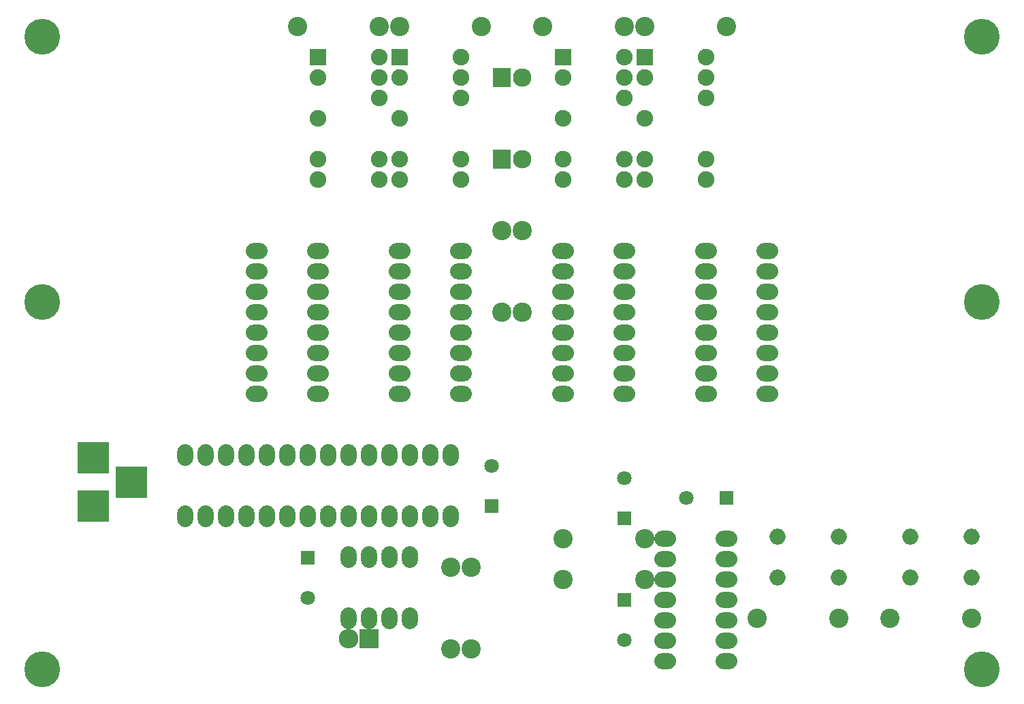
<source format=gbr>
G04 #@! TF.FileFunction,Soldermask,Bot*
%FSLAX46Y46*%
G04 Gerber Fmt 4.6, Leading zero omitted, Abs format (unit mm)*
G04 Created by KiCad (PCBNEW (2015-12-07 BZR 6352)-product) date Fri 22 Apr 2016 06:39:40 PM EDT*
%MOMM*%
G01*
G04 APERTURE LIST*
%ADD10C,0.100000*%
%ADD11R,2.076400X2.076400*%
%ADD12C,2.076400*%
%ADD13R,3.900120X3.900120*%
%ADD14O,2.700000X2.000000*%
%ADD15R,1.800000X1.800000*%
%ADD16C,1.800000*%
%ADD17R,2.300000X2.400000*%
%ADD18C,2.300000*%
%ADD19O,2.000000X2.700000*%
%ADD20C,2.398980*%
%ADD21O,2.000000X2.000000*%
%ADD22R,2.432000X2.432000*%
%ADD23O,2.432000X2.432000*%
%ADD24C,4.464000*%
G04 APERTURE END LIST*
D10*
D11*
X49530000Y81280000D03*
D12*
X49530000Y78740000D03*
X49530000Y73660000D03*
X49530000Y68580000D03*
X49530000Y66040000D03*
X57150000Y66040000D03*
X57150000Y68580000D03*
X57150000Y76200000D03*
X57150000Y78740000D03*
X57150000Y81280000D03*
D13*
X11430000Y31399480D03*
X11430000Y25400000D03*
X16129000Y28399740D03*
D14*
X82550000Y21350000D03*
X82550000Y18810000D03*
X82550000Y16270000D03*
X82550000Y13730000D03*
X82550000Y11190000D03*
X82550000Y8650000D03*
X82550000Y6110000D03*
X90170000Y6110000D03*
X90170000Y8650000D03*
X90170000Y11190000D03*
X90170000Y13730000D03*
X90170000Y16270000D03*
X90170000Y18810000D03*
X90170000Y21350000D03*
D11*
X80010000Y81280000D03*
D12*
X80010000Y78740000D03*
X80010000Y73660000D03*
X80010000Y68580000D03*
X80010000Y66040000D03*
X87630000Y66040000D03*
X87630000Y68580000D03*
X87630000Y76200000D03*
X87630000Y78740000D03*
X87630000Y81280000D03*
D14*
X31750000Y57150000D03*
X31750000Y54610000D03*
X31750000Y52070000D03*
X31750000Y49530000D03*
X31750000Y46990000D03*
X31750000Y44450000D03*
X31750000Y41910000D03*
X31750000Y39370000D03*
X39370000Y39370000D03*
X39370000Y41910000D03*
X39370000Y44450000D03*
X39370000Y46990000D03*
X39370000Y49530000D03*
X39370000Y52070000D03*
X39370000Y54610000D03*
X39370000Y57150000D03*
D15*
X77470000Y13730000D03*
D16*
X77470000Y8730000D03*
D15*
X77470000Y23890000D03*
D16*
X77470000Y28890000D03*
D15*
X38060000Y18970000D03*
D16*
X38060000Y13970000D03*
D15*
X60960000Y25400000D03*
D16*
X60960000Y30400000D03*
D15*
X90170000Y26430000D03*
D16*
X85170000Y26430000D03*
D17*
X62230000Y68580000D03*
D18*
X64770000Y68580000D03*
D17*
X62230000Y78740000D03*
D18*
X64770000Y78740000D03*
D19*
X55880000Y31750000D03*
X53340000Y31750000D03*
X50800000Y31750000D03*
X48260000Y31750000D03*
X45720000Y31750000D03*
X43180000Y31750000D03*
X40640000Y31750000D03*
X38100000Y31750000D03*
X35560000Y31750000D03*
X33020000Y31750000D03*
X30480000Y31750000D03*
X27940000Y31750000D03*
X25400000Y31750000D03*
X22860000Y31750000D03*
X22860000Y24130000D03*
X25400000Y24130000D03*
X27940000Y24130000D03*
X30480000Y24130000D03*
X33020000Y24130000D03*
X35560000Y24130000D03*
X38100000Y24130000D03*
X40640000Y24130000D03*
X43180000Y24130000D03*
X45720000Y24130000D03*
X48260000Y24130000D03*
X50800000Y24130000D03*
X53340000Y24130000D03*
X55880000Y24130000D03*
D20*
X80010000Y16270000D03*
X69850000Y16270000D03*
X80010000Y21350000D03*
X69850000Y21350000D03*
X36830000Y85090000D03*
X46990000Y85090000D03*
X59690000Y85090000D03*
X49530000Y85090000D03*
X67310000Y85090000D03*
X77470000Y85090000D03*
X90170000Y85090000D03*
X80010000Y85090000D03*
X62230000Y59690000D03*
X62230000Y49530000D03*
X64770000Y59690000D03*
X64770000Y49530000D03*
X104140000Y11430000D03*
X93980000Y11430000D03*
X120650000Y11430000D03*
X110490000Y11430000D03*
D21*
X96520000Y21590000D03*
X96520000Y16510000D03*
X104140000Y16510000D03*
X104140000Y21590000D03*
X113030000Y21590000D03*
X113030000Y16510000D03*
X120650000Y16510000D03*
X120650000Y21590000D03*
D19*
X43140000Y11430000D03*
X45680000Y11430000D03*
X48220000Y11430000D03*
X50760000Y11430000D03*
X50760000Y19050000D03*
X48220000Y19050000D03*
X45680000Y19050000D03*
X43140000Y19050000D03*
D14*
X49530000Y57150000D03*
X49530000Y54610000D03*
X49530000Y52070000D03*
X49530000Y49530000D03*
X49530000Y46990000D03*
X49530000Y44450000D03*
X49530000Y41910000D03*
X49530000Y39370000D03*
X57150000Y39370000D03*
X57150000Y41910000D03*
X57150000Y44450000D03*
X57150000Y46990000D03*
X57150000Y49530000D03*
X57150000Y52070000D03*
X57150000Y54610000D03*
X57150000Y57150000D03*
X69850000Y57150000D03*
X69850000Y54610000D03*
X69850000Y52070000D03*
X69850000Y49530000D03*
X69850000Y46990000D03*
X69850000Y44450000D03*
X69850000Y41910000D03*
X69850000Y39370000D03*
X77470000Y39370000D03*
X77470000Y41910000D03*
X77470000Y44450000D03*
X77470000Y46990000D03*
X77470000Y49530000D03*
X77470000Y52070000D03*
X77470000Y54610000D03*
X77470000Y57150000D03*
X87630000Y57150000D03*
X87630000Y54610000D03*
X87630000Y52070000D03*
X87630000Y49530000D03*
X87630000Y46990000D03*
X87630000Y44450000D03*
X87630000Y41910000D03*
X87630000Y39370000D03*
X95250000Y39370000D03*
X95250000Y41910000D03*
X95250000Y44450000D03*
X95250000Y46990000D03*
X95250000Y49530000D03*
X95250000Y52070000D03*
X95250000Y54610000D03*
X95250000Y57150000D03*
D11*
X39370000Y81280000D03*
D12*
X39370000Y78740000D03*
X39370000Y73660000D03*
X39370000Y68580000D03*
X39370000Y66040000D03*
X46990000Y66040000D03*
X46990000Y68580000D03*
X46990000Y76200000D03*
X46990000Y78740000D03*
X46990000Y81280000D03*
D11*
X69850000Y81280000D03*
D12*
X69850000Y78740000D03*
X69850000Y73660000D03*
X69850000Y68580000D03*
X69850000Y66040000D03*
X77470000Y66040000D03*
X77470000Y68580000D03*
X77470000Y76200000D03*
X77470000Y78740000D03*
X77470000Y81280000D03*
D20*
X58420000Y17780000D03*
X58420000Y7620000D03*
X55880000Y17780000D03*
X55880000Y7620000D03*
D22*
X45720000Y8890000D03*
D23*
X43180000Y8890000D03*
D24*
X121920000Y83820000D03*
X121920000Y5080000D03*
X5080000Y5080000D03*
X5080000Y83820000D03*
X5080000Y50800000D03*
X121920000Y50800000D03*
M02*

</source>
